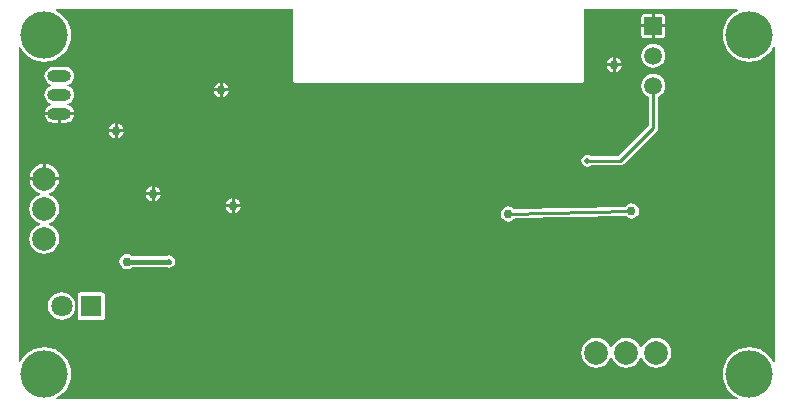
<source format=gbl>
G04 Layer_Physical_Order=2*
G04 Layer_Color=16711680*
%FSAX24Y24*%
%MOIN*%
G70*
G01*
G75*
%ADD18C,0.0150*%
%ADD19C,0.0100*%
%ADD22C,0.0591*%
%ADD23R,0.0591X0.0591*%
%ADD24O,0.0787X0.0394*%
%ADD25O,0.0787X0.0394*%
%ADD26C,0.1575*%
%ADD27C,0.0787*%
%ADD28C,0.0709*%
%ADD29R,0.0709X0.0709*%
%ADD30C,0.0300*%
%ADD31C,0.0200*%
G36*
X009298Y013147D02*
Y010800D01*
X009306Y010761D01*
X009328Y010728D01*
X009361Y010706D01*
X009400Y010698D01*
X018900D01*
X018939Y010706D01*
X018972Y010728D01*
X018994Y010761D01*
X019002Y010800D01*
Y013147D01*
X024096Y013147D01*
X024109Y013097D01*
X024005Y013041D01*
X023869Y012931D01*
X023759Y012795D01*
X023676Y012641D01*
X023625Y012474D01*
X023608Y012300D01*
X023625Y012126D01*
X023676Y011959D01*
X023759Y011805D01*
X023869Y011669D01*
X024005Y011559D01*
X024159Y011476D01*
X024326Y011425D01*
X024500Y011408D01*
X024674Y011425D01*
X024841Y011476D01*
X024995Y011559D01*
X025131Y011669D01*
X025241Y011805D01*
X025297Y011909D01*
X025347Y011896D01*
X025347Y001404D01*
X025297Y001391D01*
X025241Y001495D01*
X025131Y001631D01*
X024995Y001741D01*
X024841Y001824D01*
X024674Y001875D01*
X024500Y001892D01*
X024326Y001875D01*
X024159Y001824D01*
X024005Y001741D01*
X023869Y001631D01*
X023759Y001495D01*
X023676Y001341D01*
X023625Y001174D01*
X023608Y001000D01*
X023625Y000826D01*
X023676Y000659D01*
X023759Y000505D01*
X023869Y000369D01*
X024005Y000259D01*
X024109Y000203D01*
X024096Y000153D01*
X001404D01*
X001391Y000203D01*
X001495Y000259D01*
X001631Y000369D01*
X001741Y000505D01*
X001824Y000659D01*
X001875Y000826D01*
X001892Y001000D01*
X001875Y001174D01*
X001824Y001341D01*
X001741Y001495D01*
X001631Y001631D01*
X001495Y001741D01*
X001341Y001824D01*
X001174Y001875D01*
X001000Y001892D01*
X000826Y001875D01*
X000659Y001824D01*
X000505Y001741D01*
X000369Y001631D01*
X000259Y001495D01*
X000203Y001391D01*
X000153Y001404D01*
Y011896D01*
X000203Y011909D01*
X000259Y011805D01*
X000369Y011669D01*
X000505Y011559D01*
X000659Y011476D01*
X000826Y011425D01*
X001000Y011408D01*
X001174Y011425D01*
X001341Y011476D01*
X001495Y011559D01*
X001631Y011669D01*
X001741Y011805D01*
X001824Y011959D01*
X001875Y012126D01*
X001892Y012300D01*
X001875Y012474D01*
X001824Y012641D01*
X001741Y012795D01*
X001631Y012931D01*
X001495Y013041D01*
X001391Y013097D01*
X001404Y013147D01*
X009298Y013147D01*
D02*
G37*
%LPC*%
G36*
X004879Y006950D02*
X004684D01*
Y006755D01*
X004732Y006765D01*
X004814Y006820D01*
X004870Y006902D01*
X004879Y006950D01*
D02*
G37*
G36*
X004584Y007245D02*
X004537Y007235D01*
X004454Y007180D01*
X004399Y007098D01*
X004389Y007050D01*
X004584D01*
Y007245D01*
D02*
G37*
G36*
X007350Y006845D02*
Y006650D01*
X007545D01*
X007535Y006698D01*
X007480Y006780D01*
X007398Y006835D01*
X007350Y006845D01*
D02*
G37*
G36*
X004584Y006950D02*
X004389D01*
X004399Y006902D01*
X004454Y006820D01*
X004537Y006765D01*
X004584Y006755D01*
Y006950D01*
D02*
G37*
G36*
X004684Y007245D02*
Y007050D01*
X004879D01*
X004870Y007098D01*
X004814Y007180D01*
X004732Y007235D01*
X004684Y007245D01*
D02*
G37*
G36*
X001050Y007991D02*
Y007550D01*
X001491D01*
X001481Y007629D01*
X001431Y007749D01*
X001352Y007852D01*
X001249Y007931D01*
X001129Y007981D01*
X001050Y007991D01*
D02*
G37*
G36*
X021300Y010999D02*
X021197Y010985D01*
X021101Y010945D01*
X021018Y010882D01*
X020955Y010799D01*
X020915Y010703D01*
X020901Y010600D01*
X020915Y010497D01*
X020955Y010401D01*
X021018Y010318D01*
X021101Y010255D01*
X021147Y010236D01*
Y009263D01*
X020137Y008253D01*
X019231D01*
X019178Y008288D01*
X019100Y008304D01*
X019022Y008288D01*
X018956Y008244D01*
X018912Y008178D01*
X018896Y008100D01*
X018912Y008022D01*
X018956Y007956D01*
X019022Y007912D01*
X019100Y007896D01*
X019178Y007912D01*
X019231Y007947D01*
X020200D01*
X020259Y007959D01*
X020308Y007992D01*
X021408Y009092D01*
X021441Y009141D01*
X021453Y009200D01*
Y010236D01*
X021499Y010255D01*
X021582Y010318D01*
X021645Y010401D01*
X021685Y010497D01*
X021699Y010600D01*
X021685Y010703D01*
X021645Y010799D01*
X021582Y010882D01*
X021499Y010945D01*
X021403Y010985D01*
X021300Y010999D01*
D02*
G37*
G36*
X003350Y009050D02*
X003155D01*
X003164Y009002D01*
X003220Y008920D01*
X003302Y008865D01*
X003350Y008855D01*
Y009050D01*
D02*
G37*
G36*
X000950Y007991D02*
X000871Y007981D01*
X000751Y007931D01*
X000648Y007852D01*
X000569Y007749D01*
X000519Y007629D01*
X000509Y007550D01*
X000950D01*
Y007991D01*
D02*
G37*
G36*
X002919Y003716D02*
X002210D01*
X002171Y003709D01*
X002138Y003686D01*
X002116Y003653D01*
X002108Y003614D01*
Y002906D01*
X002116Y002867D01*
X002138Y002834D01*
X002171Y002811D01*
X002210Y002804D01*
X002919D01*
X002958Y002811D01*
X002991Y002834D01*
X003013Y002867D01*
X003021Y002906D01*
Y003614D01*
X003013Y003653D01*
X002991Y003686D01*
X002958Y003709D01*
X002919Y003716D01*
D02*
G37*
G36*
X003756Y004999D02*
X003658Y004980D01*
X003576Y004924D01*
X003520Y004842D01*
X003501Y004744D01*
X003520Y004647D01*
X003576Y004564D01*
X003658Y004509D01*
X003756Y004489D01*
X003853Y004509D01*
X003936Y004564D01*
X003937Y004566D01*
X005063D01*
X005078Y004556D01*
X005156Y004540D01*
X005234Y004556D01*
X005300Y004600D01*
X005344Y004666D01*
X005360Y004744D01*
X005344Y004822D01*
X005300Y004888D01*
X005234Y004933D01*
X005156Y004948D01*
X005078Y004933D01*
X005063Y004923D01*
X003937D01*
X003936Y004924D01*
X003853Y004980D01*
X003756Y004999D01*
D02*
G37*
G36*
X021400Y002198D02*
X021271Y002181D01*
X021151Y002131D01*
X021048Y002052D01*
X020969Y001949D01*
X020927Y001848D01*
X020873D01*
X020831Y001949D01*
X020752Y002052D01*
X020649Y002131D01*
X020529Y002181D01*
X020400Y002198D01*
X020271Y002181D01*
X020151Y002131D01*
X020048Y002052D01*
X019969Y001949D01*
X019927Y001848D01*
X019873D01*
X019831Y001949D01*
X019752Y002052D01*
X019649Y002131D01*
X019529Y002181D01*
X019400Y002198D01*
X019271Y002181D01*
X019151Y002131D01*
X019048Y002052D01*
X018969Y001949D01*
X018919Y001829D01*
X018902Y001700D01*
X018919Y001571D01*
X018969Y001451D01*
X019048Y001348D01*
X019151Y001269D01*
X019271Y001219D01*
X019400Y001202D01*
X019529Y001219D01*
X019649Y001269D01*
X019752Y001348D01*
X019831Y001451D01*
X019873Y001552D01*
X019927D01*
X019969Y001451D01*
X020048Y001348D01*
X020151Y001269D01*
X020271Y001219D01*
X020400Y001202D01*
X020529Y001219D01*
X020649Y001269D01*
X020752Y001348D01*
X020831Y001451D01*
X020873Y001552D01*
X020927D01*
X020969Y001451D01*
X021048Y001348D01*
X021151Y001269D01*
X021271Y001219D01*
X021400Y001202D01*
X021529Y001219D01*
X021649Y001269D01*
X021752Y001348D01*
X021831Y001451D01*
X021881Y001571D01*
X021898Y001700D01*
X021881Y001829D01*
X021831Y001949D01*
X021752Y002052D01*
X021649Y002131D01*
X021529Y002181D01*
X021400Y002198D01*
D02*
G37*
G36*
X001580Y003718D02*
X001461Y003703D01*
X001351Y003657D01*
X001256Y003584D01*
X001183Y003489D01*
X001137Y003379D01*
X001122Y003260D01*
X001137Y003141D01*
X001183Y003031D01*
X001256Y002936D01*
X001351Y002863D01*
X001461Y002817D01*
X001580Y002802D01*
X001699Y002817D01*
X001809Y002863D01*
X001904Y002936D01*
X001977Y003031D01*
X002023Y003141D01*
X002038Y003260D01*
X002023Y003379D01*
X001977Y003489D01*
X001904Y003584D01*
X001809Y003657D01*
X001699Y003703D01*
X001580Y003718D01*
D02*
G37*
G36*
X001491Y007450D02*
X001000D01*
X000509D01*
X000519Y007371D01*
X000569Y007251D01*
X000648Y007148D01*
X000751Y007069D01*
X000852Y007027D01*
Y006973D01*
X000751Y006931D01*
X000648Y006852D01*
X000569Y006749D01*
X000519Y006629D01*
X000502Y006500D01*
X000519Y006371D01*
X000569Y006251D01*
X000648Y006148D01*
X000751Y006069D01*
X000852Y006027D01*
Y005973D01*
X000751Y005931D01*
X000648Y005852D01*
X000569Y005749D01*
X000519Y005629D01*
X000502Y005500D01*
X000519Y005371D01*
X000569Y005251D01*
X000648Y005148D01*
X000751Y005069D01*
X000871Y005019D01*
X001000Y005002D01*
X001129Y005019D01*
X001249Y005069D01*
X001352Y005148D01*
X001431Y005251D01*
X001481Y005371D01*
X001498Y005500D01*
X001481Y005629D01*
X001431Y005749D01*
X001352Y005852D01*
X001249Y005931D01*
X001148Y005973D01*
Y006027D01*
X001249Y006069D01*
X001352Y006148D01*
X001431Y006251D01*
X001481Y006371D01*
X001498Y006500D01*
X001481Y006629D01*
X001431Y006749D01*
X001352Y006852D01*
X001249Y006931D01*
X001148Y006973D01*
Y007027D01*
X001249Y007069D01*
X001352Y007148D01*
X001431Y007251D01*
X001481Y007371D01*
X001491Y007450D01*
D02*
G37*
G36*
X020572Y006683D02*
X020474Y006664D01*
X020391Y006609D01*
X020370Y006576D01*
X016667Y006486D01*
X016652Y006509D01*
X016569Y006564D01*
X016472Y006583D01*
X016374Y006564D01*
X016291Y006509D01*
X016236Y006426D01*
X016217Y006328D01*
X016236Y006231D01*
X016291Y006148D01*
X016374Y006093D01*
X016472Y006073D01*
X016569Y006093D01*
X016652Y006148D01*
X016673Y006180D01*
X020376Y006271D01*
X020391Y006248D01*
X020474Y006193D01*
X020572Y006173D01*
X020669Y006193D01*
X020752Y006248D01*
X020807Y006331D01*
X020827Y006428D01*
X020807Y006526D01*
X020752Y006609D01*
X020669Y006664D01*
X020572Y006683D01*
D02*
G37*
G36*
X007250Y006845D02*
X007202Y006835D01*
X007120Y006780D01*
X007065Y006698D01*
X007055Y006650D01*
X007250D01*
Y006845D01*
D02*
G37*
G36*
Y006550D02*
X007055D01*
X007065Y006502D01*
X007120Y006420D01*
X007202Y006365D01*
X007250Y006355D01*
Y006550D01*
D02*
G37*
G36*
X007545D02*
X007350D01*
Y006355D01*
X007398Y006365D01*
X007480Y006420D01*
X007535Y006502D01*
X007545Y006550D01*
D02*
G37*
G36*
X003645Y009050D02*
X003450D01*
Y008855D01*
X003498Y008865D01*
X003580Y008920D01*
X003636Y009002D01*
X003645Y009050D01*
D02*
G37*
G36*
X021300Y011999D02*
X021197Y011985D01*
X021101Y011945D01*
X021018Y011882D01*
X020955Y011799D01*
X020915Y011703D01*
X020901Y011600D01*
X020915Y011497D01*
X020955Y011401D01*
X021018Y011318D01*
X021101Y011255D01*
X021197Y011215D01*
X021300Y011201D01*
X021403Y011215D01*
X021499Y011255D01*
X021582Y011318D01*
X021645Y011401D01*
X021685Y011497D01*
X021699Y011600D01*
X021685Y011703D01*
X021645Y011799D01*
X021582Y011882D01*
X021499Y011945D01*
X021403Y011985D01*
X021300Y011999D01*
D02*
G37*
G36*
X019950Y011545D02*
X019902Y011536D01*
X019820Y011480D01*
X019764Y011398D01*
X019755Y011350D01*
X019950D01*
Y011545D01*
D02*
G37*
G36*
Y011250D02*
X019755D01*
X019764Y011202D01*
X019820Y011120D01*
X019902Y011064D01*
X019950Y011055D01*
Y011250D01*
D02*
G37*
G36*
X020245D02*
X020050D01*
Y011055D01*
X020098Y011064D01*
X020180Y011120D01*
X020236Y011202D01*
X020245Y011250D01*
D02*
G37*
G36*
X020050Y011545D02*
Y011350D01*
X020245D01*
X020236Y011398D01*
X020180Y011480D01*
X020098Y011536D01*
X020050Y011545D01*
D02*
G37*
G36*
X021250Y012997D02*
X021005D01*
X020966Y012989D01*
X020933Y012967D01*
X020911Y012934D01*
X020903Y012895D01*
Y012650D01*
X021250D01*
Y012997D01*
D02*
G37*
G36*
X021595D02*
X021350D01*
Y012650D01*
X021697D01*
Y012895D01*
X021689Y012934D01*
X021667Y012967D01*
X021634Y012989D01*
X021595Y012997D01*
D02*
G37*
G36*
X021250Y012550D02*
X020903D01*
Y012305D01*
X020911Y012266D01*
X020933Y012233D01*
X020966Y012211D01*
X021005Y012203D01*
X021250D01*
Y012550D01*
D02*
G37*
G36*
X021697D02*
X021350D01*
Y012203D01*
X021595D01*
X021634Y012211D01*
X021667Y012233D01*
X021689Y012266D01*
X021697Y012305D01*
Y012550D01*
D02*
G37*
G36*
X001450Y009620D02*
X001010D01*
X001014Y009593D01*
X001044Y009520D01*
X001091Y009458D01*
X001153Y009411D01*
X001226Y009381D01*
X001303Y009371D01*
X001450D01*
Y009620D01*
D02*
G37*
G36*
X001990D02*
X001550D01*
Y009371D01*
X001697D01*
X001774Y009381D01*
X001847Y009411D01*
X001909Y009458D01*
X001956Y009520D01*
X001986Y009593D01*
X001990Y009620D01*
D02*
G37*
G36*
X003350Y009345D02*
X003302Y009335D01*
X003220Y009280D01*
X003164Y009198D01*
X003155Y009150D01*
X003350D01*
Y009345D01*
D02*
G37*
G36*
X003450D02*
Y009150D01*
X003645D01*
X003636Y009198D01*
X003580Y009280D01*
X003498Y009335D01*
X003450Y009345D01*
D02*
G37*
G36*
X001697Y011229D02*
X001303D01*
X001226Y011219D01*
X001153Y011189D01*
X001091Y011142D01*
X001044Y011080D01*
X001014Y011007D01*
X001004Y010930D01*
X001014Y010852D01*
X001044Y010780D01*
X001091Y010718D01*
X001153Y010671D01*
X001226Y010641D01*
X001230Y010640D01*
Y010590D01*
X001226Y010589D01*
X001153Y010559D01*
X001091Y010512D01*
X001044Y010450D01*
X001014Y010377D01*
X001004Y010300D01*
X001014Y010223D01*
X001044Y010150D01*
X001091Y010088D01*
X001153Y010041D01*
X001226Y010011D01*
X001230Y010010D01*
Y009960D01*
X001226Y009959D01*
X001153Y009929D01*
X001091Y009882D01*
X001044Y009820D01*
X001014Y009748D01*
X001010Y009720D01*
X001500D01*
X001990D01*
X001986Y009748D01*
X001956Y009820D01*
X001909Y009882D01*
X001847Y009929D01*
X001774Y009959D01*
X001770Y009960D01*
Y010010D01*
X001774Y010011D01*
X001847Y010041D01*
X001909Y010088D01*
X001956Y010150D01*
X001986Y010223D01*
X001996Y010300D01*
X001986Y010377D01*
X001956Y010450D01*
X001909Y010512D01*
X001847Y010559D01*
X001774Y010589D01*
X001770Y010590D01*
Y010640D01*
X001774Y010641D01*
X001847Y010671D01*
X001909Y010718D01*
X001956Y010780D01*
X001986Y010852D01*
X001996Y010930D01*
X001986Y011007D01*
X001956Y011080D01*
X001909Y011142D01*
X001847Y011189D01*
X001774Y011219D01*
X001697Y011229D01*
D02*
G37*
G36*
X006850Y010707D02*
X006802Y010698D01*
X006720Y010642D01*
X006665Y010560D01*
X006655Y010512D01*
X006850D01*
Y010707D01*
D02*
G37*
G36*
X006950D02*
Y010512D01*
X007145D01*
X007135Y010560D01*
X007080Y010642D01*
X006998Y010698D01*
X006950Y010707D01*
D02*
G37*
G36*
X006850Y010412D02*
X006655D01*
X006665Y010365D01*
X006720Y010282D01*
X006802Y010227D01*
X006850Y010217D01*
Y010412D01*
D02*
G37*
G36*
X007145D02*
X006950D01*
Y010217D01*
X006998Y010227D01*
X007080Y010282D01*
X007135Y010365D01*
X007145Y010412D01*
D02*
G37*
%LPD*%
D18*
X003756Y004744D02*
X005156D01*
D19*
X021300Y009200D02*
Y010600D01*
X020200Y008100D02*
X021300Y009200D01*
X019100Y008100D02*
X020200D01*
X016472Y006328D02*
X020572Y006428D01*
D22*
X021300Y010600D02*
D03*
Y011600D02*
D03*
D23*
Y012600D02*
D03*
D24*
X001500Y010930D02*
D03*
Y010300D02*
D03*
D25*
Y009670D02*
D03*
D26*
X024500Y001000D02*
D03*
X001000D02*
D03*
X024500Y012300D02*
D03*
X001000D02*
D03*
D27*
X019400Y001700D02*
D03*
X020400D02*
D03*
X021400D02*
D03*
X001000Y007500D02*
D03*
Y006500D02*
D03*
Y005500D02*
D03*
D28*
X001580Y003260D02*
D03*
D29*
X002564D02*
D03*
D30*
X020000Y011300D02*
D03*
X020572Y006428D02*
D03*
X016472Y006328D02*
D03*
X003400Y009100D02*
D03*
X003756Y004744D02*
D03*
X007300Y006600D02*
D03*
X006900Y010462D02*
D03*
X004634Y007000D02*
D03*
D31*
X019100Y008100D02*
D03*
X005156Y004744D02*
D03*
M02*

</source>
